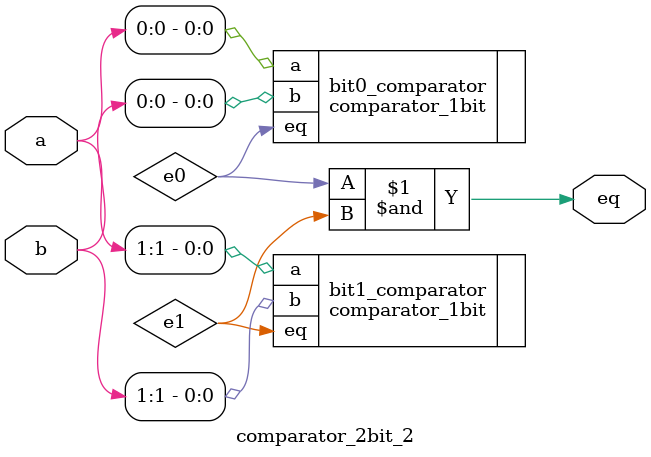
<source format=sv>
`timescale 1ns / 1ps

module comparator_2bit_2
    (
        input logic [1:0] a, b,
        output logic eq
    );
    
    logic e0, e1;
    
    comparator_1bit bit0_comparator (.a(a[0]), .b(b[0]), .eq(e0));
    comparator_1bit bit1_comparator (.a(a[1]), .b(b[1]), .eq(e1));
    
    assign eq = e0 & e1;
endmodule

</source>
